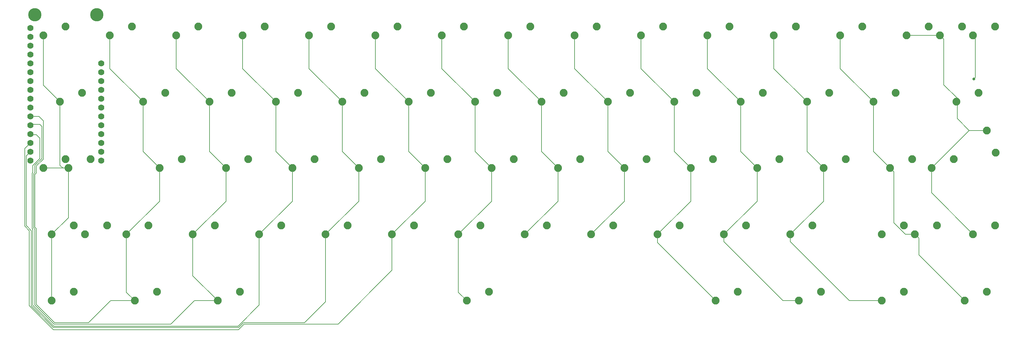
<source format=gbr>
%TF.GenerationSoftware,KiCad,Pcbnew,(5.1.6)-1*%
%TF.CreationDate,2020-11-16T00:09:50-08:00*%
%TF.ProjectId,Wireless-Keyboard,57697265-6c65-4737-932d-4b6579626f61,rev?*%
%TF.SameCoordinates,Original*%
%TF.FileFunction,Copper,L1,Top*%
%TF.FilePolarity,Positive*%
%FSLAX46Y46*%
G04 Gerber Fmt 4.6, Leading zero omitted, Abs format (unit mm)*
G04 Created by KiCad (PCBNEW (5.1.6)-1) date 2020-11-16 00:09:50*
%MOMM*%
%LPD*%
G01*
G04 APERTURE LIST*
%TA.AperFunction,ComponentPad*%
%ADD10C,3.810000*%
%TD*%
%TA.AperFunction,ComponentPad*%
%ADD11C,1.778000*%
%TD*%
%TA.AperFunction,ComponentPad*%
%ADD12C,2.250000*%
%TD*%
%TA.AperFunction,ViaPad*%
%ADD13C,0.800000*%
%TD*%
%TA.AperFunction,Conductor*%
%ADD14C,0.200000*%
%TD*%
G04 APERTURE END LIST*
D10*
%TO.P,MS1,P$2*%
%TO.N,N/C*%
X43540000Y-101540000D03*
%TO.P,MS1,P$1*%
X61320000Y-101540000D03*
D11*
%TO.P,MS1,28*%
%TO.N,Net-(MS1-Pad28)*%
X62590000Y-115510000D03*
%TO.P,MS1,27*%
%TO.N,Net-(MS1-Pad27)*%
X62590000Y-118050000D03*
%TO.P,MS1,26*%
%TO.N,Net-(MS1-Pad26)*%
X62590000Y-120590000D03*
%TO.P,MS1,25*%
%TO.N,COL14*%
X62590000Y-123130000D03*
%TO.P,MS1,24*%
%TO.N,COL13*%
X62590000Y-125670000D03*
%TO.P,MS1,23*%
%TO.N,COL12*%
X62590000Y-128210000D03*
%TO.P,MS1,22*%
%TO.N,COL11*%
X62590000Y-130750000D03*
%TO.P,MS1,21*%
%TO.N,COL10*%
X62590000Y-133290000D03*
%TO.P,MS1,20*%
%TO.N,COL9*%
X62590000Y-135830000D03*
%TO.P,MS1,19*%
%TO.N,COL8*%
X62590000Y-138370000D03*
%TO.P,MS1,18*%
%TO.N,COL7*%
X62590000Y-140910000D03*
%TO.P,MS1,17*%
%TO.N,COL6*%
X62590000Y-143450000D03*
%TO.P,MS1,16*%
%TO.N,Net-(MS1-Pad16)*%
X42270000Y-143450000D03*
%TO.P,MS1,15*%
%TO.N,COL4*%
X42270000Y-140910000D03*
%TO.P,MS1,14*%
%TO.N,COL5*%
X42270000Y-138370000D03*
%TO.P,MS1,13*%
%TO.N,COL3*%
X42270000Y-135830000D03*
%TO.P,MS1,12*%
%TO.N,COL2*%
X42270000Y-133290000D03*
%TO.P,MS1,11*%
%TO.N,COL1*%
X42270000Y-130750000D03*
%TO.P,MS1,10*%
%TO.N,ROW4*%
X42270000Y-128210000D03*
%TO.P,MS1,9*%
%TO.N,ROW3*%
X42270000Y-125670000D03*
%TO.P,MS1,8*%
%TO.N,ROW2*%
X42270000Y-123130000D03*
%TO.P,MS1,7*%
%TO.N,ROW1*%
X42270000Y-120590000D03*
%TO.P,MS1,6*%
%TO.N,ROW0*%
X42270000Y-118050000D03*
%TO.P,MS1,5*%
%TO.N,COL0*%
X42270000Y-115510000D03*
%TO.P,MS1,4*%
%TO.N,GND*%
X42270000Y-112970000D03*
%TO.P,MS1,3*%
%TO.N,Net-(MS1-Pad3)*%
X42270000Y-110430000D03*
%TO.P,MS1,2*%
%TO.N,Net-(MS1-Pad2)*%
X42270000Y-107890000D03*
%TO.P,MS1,1*%
%TO.N,Net-(MS1-Pad1)*%
X42270000Y-105350000D03*
%TD*%
D12*
%TO.P,MX66,2*%
%TO.N,Net-(D61-Pad2)*%
X173840000Y-181120000D03*
%TO.P,MX66,1*%
%TO.N,COL6*%
X167490000Y-183660000D03*
%TD*%
%TO.P,MX69,2*%
%TO.N,Net-(D64-Pad2)*%
X292902500Y-181120000D03*
%TO.P,MX69,1*%
%TO.N,COL11*%
X286552500Y-183660000D03*
%TD*%
%TO.P,MX48,2*%
%TO.N,Net-(D44-Pad2)*%
X64302500Y-162070000D03*
%TO.P,MX48,1*%
%TO.N,COL0*%
X57952500Y-164610000D03*
%TD*%
%TO.P,MX17,2*%
%TO.N,Net-(D16-Pad2)*%
X57158750Y-123970000D03*
%TO.P,MX17,1*%
%TO.N,COL0*%
X50808750Y-126510000D03*
%TD*%
%TO.P,MX31,2*%
%TO.N,Net-(D30-Pad2)*%
X52396250Y-143020000D03*
%TO.P,MX31,1*%
%TO.N,COL0*%
X46046250Y-145560000D03*
%TD*%
%TO.P,MX45,2*%
%TO.N,Net-(D43-Pad2)*%
X307190000Y-143020000D03*
%TO.P,MX45,1*%
%TO.N,COL13*%
X300840000Y-145560000D03*
%TD*%
%TO.P,MX44,2*%
%TO.N,Net-(D42-Pad2)*%
X295283750Y-143020000D03*
%TO.P,MX44,1*%
%TO.N,COL12*%
X288933750Y-145560000D03*
%TD*%
%TO.P,MX70,2*%
%TO.N,Net-(D65-Pad2)*%
X316715000Y-181120000D03*
%TO.P,MX70,1*%
%TO.N,COL12*%
X310365000Y-183660000D03*
%TD*%
%TO.P,MX68,2*%
%TO.N,Net-(D63-Pad2)*%
X269090000Y-181120000D03*
%TO.P,MX68,1*%
%TO.N,COL10*%
X262740000Y-183660000D03*
%TD*%
%TO.P,MX67,2*%
%TO.N,Net-(D62-Pad2)*%
X245277500Y-181120000D03*
%TO.P,MX67,1*%
%TO.N,COL9*%
X238927500Y-183660000D03*
%TD*%
%TO.P,MX65,2*%
%TO.N,Net-(D60-Pad2)*%
X102402500Y-181120000D03*
%TO.P,MX65,1*%
%TO.N,COL2*%
X96052500Y-183660000D03*
%TD*%
%TO.P,MX64,2*%
%TO.N,Net-(D59-Pad2)*%
X78590000Y-181120000D03*
%TO.P,MX64,1*%
%TO.N,COL1*%
X72240000Y-183660000D03*
%TD*%
%TO.P,MX63,2*%
%TO.N,Net-(D58-Pad2)*%
X54777500Y-181120000D03*
%TO.P,MX63,1*%
%TO.N,COL0*%
X48427500Y-183660000D03*
%TD*%
%TO.P,MX62,2*%
%TO.N,Net-(D57-Pad2)*%
X319096250Y-162070000D03*
%TO.P,MX62,1*%
%TO.N,COL13*%
X312746250Y-164610000D03*
%TD*%
%TO.P,MX61,2*%
%TO.N,Net-(D56-Pad2)*%
X292902500Y-162070000D03*
%TO.P,MX61,1*%
%TO.N,COL12*%
X286552500Y-164610000D03*
%TD*%
%TO.P,MX60,2*%
%TO.N,Net-(D56-Pad2)*%
X302427500Y-162070000D03*
%TO.P,MX60,1*%
%TO.N,COL12*%
X296077500Y-164610000D03*
%TD*%
%TO.P,MX59,2*%
%TO.N,Net-(D55-Pad2)*%
X266708750Y-162070000D03*
%TO.P,MX59,1*%
%TO.N,COL11*%
X260358750Y-164610000D03*
%TD*%
%TO.P,MX58,2*%
%TO.N,Net-(D54-Pad2)*%
X247658750Y-162070000D03*
%TO.P,MX58,1*%
%TO.N,COL10*%
X241308750Y-164610000D03*
%TD*%
%TO.P,MX57,2*%
%TO.N,Net-(D53-Pad2)*%
X228608750Y-162070000D03*
%TO.P,MX57,1*%
%TO.N,COL9*%
X222258750Y-164610000D03*
%TD*%
%TO.P,MX56,2*%
%TO.N,Net-(D52-Pad2)*%
X209558750Y-162070000D03*
%TO.P,MX56,1*%
%TO.N,COL8*%
X203208750Y-164610000D03*
%TD*%
%TO.P,MX55,2*%
%TO.N,Net-(D51-Pad2)*%
X190508750Y-162070000D03*
%TO.P,MX55,1*%
%TO.N,COL7*%
X184158750Y-164610000D03*
%TD*%
%TO.P,MX54,2*%
%TO.N,Net-(D50-Pad2)*%
X171458750Y-162070000D03*
%TO.P,MX54,1*%
%TO.N,COL6*%
X165108750Y-164610000D03*
%TD*%
%TO.P,MX53,2*%
%TO.N,Net-(D49-Pad2)*%
X152408750Y-162070000D03*
%TO.P,MX53,1*%
%TO.N,COL5*%
X146058750Y-164610000D03*
%TD*%
%TO.P,MX52,2*%
%TO.N,Net-(D48-Pad2)*%
X133358750Y-162070000D03*
%TO.P,MX52,1*%
%TO.N,COL4*%
X127008750Y-164610000D03*
%TD*%
%TO.P,MX51,2*%
%TO.N,Net-(D47-Pad2)*%
X114308750Y-162070000D03*
%TO.P,MX51,1*%
%TO.N,COL3*%
X107958750Y-164610000D03*
%TD*%
%TO.P,MX50,2*%
%TO.N,Net-(D46-Pad2)*%
X95258750Y-162070000D03*
%TO.P,MX50,1*%
%TO.N,COL2*%
X88908750Y-164610000D03*
%TD*%
%TO.P,MX49,2*%
%TO.N,Net-(D45-Pad2)*%
X76208750Y-162070000D03*
%TO.P,MX49,1*%
%TO.N,COL1*%
X69858750Y-164610000D03*
%TD*%
%TO.P,MX47,2*%
%TO.N,Net-(D44-Pad2)*%
X54777500Y-162070000D03*
%TO.P,MX47,1*%
%TO.N,COL0*%
X48427500Y-164610000D03*
%TD*%
%TO.P,MX46,1*%
%TO.N,COL13*%
X316715000Y-134765000D03*
%TO.P,MX46,2*%
%TO.N,Net-(D43-Pad2)*%
X319255000Y-141115000D03*
%TD*%
%TO.P,MX43,2*%
%TO.N,Net-(D41-Pad2)*%
X276233750Y-143020000D03*
%TO.P,MX43,1*%
%TO.N,COL11*%
X269883750Y-145560000D03*
%TD*%
%TO.P,MX42,2*%
%TO.N,Net-(D40-Pad2)*%
X257183750Y-143020000D03*
%TO.P,MX42,1*%
%TO.N,COL10*%
X250833750Y-145560000D03*
%TD*%
%TO.P,MX41,2*%
%TO.N,Net-(D39-Pad2)*%
X238133750Y-143020000D03*
%TO.P,MX41,1*%
%TO.N,COL9*%
X231783750Y-145560000D03*
%TD*%
%TO.P,MX40,2*%
%TO.N,Net-(D38-Pad2)*%
X219083750Y-143020000D03*
%TO.P,MX40,1*%
%TO.N,COL8*%
X212733750Y-145560000D03*
%TD*%
%TO.P,MX39,2*%
%TO.N,Net-(D37-Pad2)*%
X200033750Y-143020000D03*
%TO.P,MX39,1*%
%TO.N,COL7*%
X193683750Y-145560000D03*
%TD*%
%TO.P,MX38,2*%
%TO.N,Net-(D36-Pad2)*%
X180983750Y-143020000D03*
%TO.P,MX38,1*%
%TO.N,COL6*%
X174633750Y-145560000D03*
%TD*%
%TO.P,MX37,2*%
%TO.N,Net-(D35-Pad2)*%
X161933750Y-143020000D03*
%TO.P,MX37,1*%
%TO.N,COL5*%
X155583750Y-145560000D03*
%TD*%
%TO.P,MX36,2*%
%TO.N,Net-(D34-Pad2)*%
X142883750Y-143020000D03*
%TO.P,MX36,1*%
%TO.N,COL4*%
X136533750Y-145560000D03*
%TD*%
%TO.P,MX35,2*%
%TO.N,Net-(D33-Pad2)*%
X123833750Y-143020000D03*
%TO.P,MX35,1*%
%TO.N,COL3*%
X117483750Y-145560000D03*
%TD*%
%TO.P,MX34,2*%
%TO.N,Net-(D32-Pad2)*%
X104783750Y-143020000D03*
%TO.P,MX34,1*%
%TO.N,COL2*%
X98433750Y-145560000D03*
%TD*%
%TO.P,MX33,2*%
%TO.N,Net-(D31-Pad2)*%
X85733750Y-143020000D03*
%TO.P,MX33,1*%
%TO.N,COL1*%
X79383750Y-145560000D03*
%TD*%
%TO.P,MX32,2*%
%TO.N,Net-(D30-Pad2)*%
X59540000Y-143020000D03*
%TO.P,MX32,1*%
%TO.N,COL0*%
X53190000Y-145560000D03*
%TD*%
%TO.P,MX30,2*%
%TO.N,Net-(D29-Pad2)*%
X314333750Y-123970000D03*
%TO.P,MX30,1*%
%TO.N,COL13*%
X307983750Y-126510000D03*
%TD*%
%TO.P,MX29,2*%
%TO.N,Net-(D28-Pad2)*%
X290521250Y-123970000D03*
%TO.P,MX29,1*%
%TO.N,COL12*%
X284171250Y-126510000D03*
%TD*%
%TO.P,MX28,2*%
%TO.N,Net-(D27-Pad2)*%
X271471250Y-123970000D03*
%TO.P,MX28,1*%
%TO.N,COL11*%
X265121250Y-126510000D03*
%TD*%
%TO.P,MX27,2*%
%TO.N,Net-(D26-Pad2)*%
X252421250Y-123970000D03*
%TO.P,MX27,1*%
%TO.N,COL10*%
X246071250Y-126510000D03*
%TD*%
%TO.P,MX26,2*%
%TO.N,Net-(D25-Pad2)*%
X233371250Y-123970000D03*
%TO.P,MX26,1*%
%TO.N,COL9*%
X227021250Y-126510000D03*
%TD*%
%TO.P,MX25,2*%
%TO.N,Net-(D24-Pad2)*%
X214321250Y-123970000D03*
%TO.P,MX25,1*%
%TO.N,COL8*%
X207971250Y-126510000D03*
%TD*%
%TO.P,MX24,2*%
%TO.N,Net-(D23-Pad2)*%
X195271250Y-123970000D03*
%TO.P,MX24,1*%
%TO.N,COL7*%
X188921250Y-126510000D03*
%TD*%
%TO.P,MX23,2*%
%TO.N,Net-(D22-Pad2)*%
X176221250Y-123970000D03*
%TO.P,MX23,1*%
%TO.N,COL6*%
X169871250Y-126510000D03*
%TD*%
%TO.P,MX22,2*%
%TO.N,Net-(D21-Pad2)*%
X157171250Y-123970000D03*
%TO.P,MX22,1*%
%TO.N,COL5*%
X150821250Y-126510000D03*
%TD*%
%TO.P,MX21,2*%
%TO.N,Net-(D20-Pad2)*%
X138121250Y-123970000D03*
%TO.P,MX21,1*%
%TO.N,COL4*%
X131771250Y-126510000D03*
%TD*%
%TO.P,MX20,2*%
%TO.N,Net-(D19-Pad2)*%
X119071250Y-123970000D03*
%TO.P,MX20,1*%
%TO.N,COL3*%
X112721250Y-126510000D03*
%TD*%
%TO.P,MX19,2*%
%TO.N,Net-(D18-Pad2)*%
X100021250Y-123970000D03*
%TO.P,MX19,1*%
%TO.N,COL2*%
X93671250Y-126510000D03*
%TD*%
%TO.P,MX18,2*%
%TO.N,Net-(D17-Pad2)*%
X80971250Y-123970000D03*
%TO.P,MX18,1*%
%TO.N,COL1*%
X74621250Y-126510000D03*
%TD*%
%TO.P,MX16,2*%
%TO.N,Net-(D15-Pad2)*%
X319096250Y-104920000D03*
%TO.P,MX16,1*%
%TO.N,COL14*%
X312746250Y-107460000D03*
%TD*%
%TO.P,MX15,2*%
%TO.N,Net-(D14-Pad2)*%
X300046250Y-104920000D03*
%TO.P,MX15,1*%
%TO.N,COL13*%
X293696250Y-107460000D03*
%TD*%
%TO.P,MX14,2*%
%TO.N,Net-(D14-Pad2)*%
X309571250Y-104920000D03*
%TO.P,MX14,1*%
%TO.N,COL13*%
X303221250Y-107460000D03*
%TD*%
%TO.P,MX13,2*%
%TO.N,Net-(D13-Pad2)*%
X280996250Y-104920000D03*
%TO.P,MX13,1*%
%TO.N,COL12*%
X274646250Y-107460000D03*
%TD*%
%TO.P,MX12,2*%
%TO.N,Net-(D12-Pad2)*%
X261946250Y-104920000D03*
%TO.P,MX12,1*%
%TO.N,COL11*%
X255596250Y-107460000D03*
%TD*%
%TO.P,MX11,2*%
%TO.N,Net-(D11-Pad2)*%
X242896250Y-104920000D03*
%TO.P,MX11,1*%
%TO.N,COL10*%
X236546250Y-107460000D03*
%TD*%
%TO.P,MX10,2*%
%TO.N,Net-(D10-Pad2)*%
X223846250Y-104920000D03*
%TO.P,MX10,1*%
%TO.N,COL9*%
X217496250Y-107460000D03*
%TD*%
%TO.P,MX9,2*%
%TO.N,Net-(D9-Pad2)*%
X204796250Y-104920000D03*
%TO.P,MX9,1*%
%TO.N,COL8*%
X198446250Y-107460000D03*
%TD*%
%TO.P,MX8,2*%
%TO.N,Net-(D8-Pad2)*%
X185746250Y-104920000D03*
%TO.P,MX8,1*%
%TO.N,COL7*%
X179396250Y-107460000D03*
%TD*%
%TO.P,MX7,2*%
%TO.N,Net-(D7-Pad2)*%
X166696250Y-104920000D03*
%TO.P,MX7,1*%
%TO.N,COL6*%
X160346250Y-107460000D03*
%TD*%
%TO.P,MX6,2*%
%TO.N,Net-(D6-Pad2)*%
X147646250Y-104920000D03*
%TO.P,MX6,1*%
%TO.N,COL5*%
X141296250Y-107460000D03*
%TD*%
%TO.P,MX5,2*%
%TO.N,Net-(D5-Pad2)*%
X128596250Y-104920000D03*
%TO.P,MX5,1*%
%TO.N,COL4*%
X122246250Y-107460000D03*
%TD*%
%TO.P,MX4,2*%
%TO.N,Net-(D4-Pad2)*%
X109546250Y-104920000D03*
%TO.P,MX4,1*%
%TO.N,COL3*%
X103196250Y-107460000D03*
%TD*%
%TO.P,MX3,2*%
%TO.N,Net-(D3-Pad2)*%
X90496250Y-104920000D03*
%TO.P,MX3,1*%
%TO.N,COL2*%
X84146250Y-107460000D03*
%TD*%
%TO.P,MX2,2*%
%TO.N,Net-(D2-Pad2)*%
X71446250Y-104920000D03*
%TO.P,MX2,1*%
%TO.N,COL1*%
X65096250Y-107460000D03*
%TD*%
%TO.P,MX1,2*%
%TO.N,Net-(D1-Pad2)*%
X52396250Y-104920000D03*
%TO.P,MX1,1*%
%TO.N,COL0*%
X46046250Y-107460000D03*
%TD*%
D13*
%TO.N,COL14*%
X313000000Y-120000000D03*
%TD*%
D14*
%TO.N,COL0*%
X46046250Y-121747500D02*
X50808750Y-126510000D01*
X46046250Y-107460000D02*
X46046250Y-121747500D01*
X50808750Y-144769740D02*
X51599010Y-145560000D01*
X51599010Y-145560000D02*
X53190000Y-145560000D01*
X50808750Y-126510000D02*
X50808750Y-144769740D01*
X53190000Y-159847500D02*
X48427500Y-164610000D01*
X53190000Y-145560000D02*
X53190000Y-159847500D01*
X48427500Y-164610000D02*
X48427500Y-183660000D01*
X46046250Y-145560000D02*
X53190000Y-145560000D01*
%TO.N,COL1*%
X65096250Y-116985000D02*
X74621250Y-126510000D01*
X65096250Y-107460000D02*
X65096250Y-116985000D01*
X74621250Y-140797500D02*
X79383750Y-145560000D01*
X74621250Y-126510000D02*
X74621250Y-140797500D01*
X79383750Y-155085000D02*
X69858750Y-164610000D01*
X79383750Y-145560000D02*
X79383750Y-155085000D01*
X69858750Y-181278750D02*
X72240000Y-183660000D01*
X69858750Y-164610000D02*
X69858750Y-181278750D01*
X49218498Y-190000000D02*
X44000000Y-184781502D01*
X44000000Y-147000000D02*
X44000000Y-145000000D01*
X46000000Y-143000000D02*
X46000000Y-132000000D01*
X65340000Y-183660000D02*
X59000000Y-190000000D01*
X44750000Y-130750000D02*
X42270000Y-130750000D01*
X72240000Y-183660000D02*
X65340000Y-183660000D01*
X43601249Y-147398751D02*
X44000000Y-147000000D01*
X43601249Y-162601249D02*
X43601249Y-147398751D01*
X44000000Y-163000000D02*
X43601249Y-162601249D01*
X44000000Y-184781502D02*
X44000000Y-163000000D01*
X59000000Y-190000000D02*
X49218498Y-190000000D01*
X44000000Y-145000000D02*
X46000000Y-143000000D01*
X46000000Y-132000000D02*
X44750000Y-130750000D01*
%TO.N,COL2*%
X84146250Y-116985000D02*
X93671250Y-126510000D01*
X84146250Y-107460000D02*
X84146250Y-116985000D01*
X93671250Y-140797500D02*
X98433750Y-145560000D01*
X93671250Y-126510000D02*
X93671250Y-140797500D01*
X98433750Y-155085000D02*
X88908750Y-164610000D01*
X98433750Y-145560000D02*
X98433750Y-155085000D01*
X88908750Y-164610000D02*
X88908750Y-176516250D01*
X88908750Y-176516250D02*
X96052500Y-183660000D01*
X43599990Y-146834312D02*
X43599990Y-144834311D01*
X45599990Y-142834312D02*
X45599990Y-133599990D01*
X43599990Y-144834311D02*
X45599990Y-142834312D01*
X43201239Y-147233062D02*
X43599990Y-146834312D01*
X43201239Y-162766938D02*
X43201239Y-147233062D01*
X89340000Y-183660000D02*
X82599990Y-190400010D01*
X43599990Y-184947191D02*
X43599990Y-163165688D01*
X96052500Y-183660000D02*
X89340000Y-183660000D01*
X82599990Y-190400010D02*
X49052809Y-190400010D01*
X43599990Y-163165688D02*
X43201239Y-162766938D01*
X45599990Y-133599990D02*
X45000000Y-133000000D01*
X45000000Y-133000000D02*
X42560000Y-133000000D01*
X49052809Y-190400010D02*
X43599990Y-184947191D01*
X42560000Y-133000000D02*
X42270000Y-133290000D01*
%TO.N,COL3*%
X103196250Y-116985000D02*
X112721250Y-126510000D01*
X103196250Y-107460000D02*
X103196250Y-116985000D01*
X112721250Y-140797500D02*
X117483750Y-145560000D01*
X112721250Y-126510000D02*
X112721250Y-140797500D01*
X117483750Y-155085000D02*
X107958750Y-164610000D01*
X117483750Y-145560000D02*
X117483750Y-155085000D01*
X43000000Y-146868602D02*
X42801229Y-147067373D01*
X42801229Y-162932627D02*
X43000000Y-163131398D01*
X42440000Y-136000000D02*
X44000000Y-136000000D01*
X43000000Y-185000000D02*
X49000000Y-191000000D01*
X42801229Y-147067373D02*
X42801229Y-162932627D01*
X45000000Y-142868603D02*
X43000001Y-144868602D01*
X43000001Y-144868602D02*
X43000000Y-146868602D01*
X44000000Y-136000000D02*
X45000000Y-137000000D01*
X43000000Y-163131398D02*
X43000000Y-185000000D01*
X45000000Y-137000000D02*
X45000000Y-142868603D01*
X49000000Y-191000000D02*
X101881502Y-191000000D01*
X107958750Y-184922752D02*
X107958750Y-164610000D01*
X101881502Y-191000000D02*
X107958750Y-184922752D01*
X42270000Y-135830000D02*
X42440000Y-136000000D01*
%TO.N,COL4*%
X122246250Y-116985000D02*
X131771250Y-126510000D01*
X122246250Y-107460000D02*
X122246250Y-116985000D01*
X131771250Y-140797500D02*
X136533750Y-145560000D01*
X131771250Y-126510000D02*
X131771250Y-140797500D01*
X136533750Y-155085000D02*
X127008750Y-164610000D01*
X136533750Y-145560000D02*
X136533750Y-155085000D01*
X41080999Y-162080999D02*
X41080999Y-142099001D01*
X121000000Y-190000000D02*
X103447202Y-190000000D01*
X127008750Y-164610000D02*
X127008750Y-183991250D01*
X127008750Y-183991250D02*
X121000000Y-190000000D01*
X102047191Y-191400010D02*
X48834311Y-191400010D01*
X103447202Y-190000000D02*
X102047191Y-191400010D01*
X41080999Y-142099001D02*
X42270000Y-140910000D01*
X48834311Y-191400010D02*
X42599990Y-185165689D01*
X42599990Y-185165689D02*
X42599990Y-163599990D01*
X42599990Y-163599990D02*
X41080999Y-162080999D01*
%TO.N,COL5*%
X141296250Y-116985000D02*
X150821250Y-126510000D01*
X141296250Y-107460000D02*
X141296250Y-116985000D01*
X150821250Y-140797500D02*
X155583750Y-145560000D01*
X150821250Y-126510000D02*
X150821250Y-140797500D01*
X155583750Y-155085000D02*
X146058750Y-164610000D01*
X155583750Y-145560000D02*
X155583750Y-155085000D01*
X42270000Y-138370000D02*
X40680989Y-139959011D01*
X48868602Y-192000000D02*
X102012899Y-192000000D01*
X103612890Y-190400010D02*
X130599990Y-190400010D01*
X146058750Y-174941250D02*
X146058750Y-164610000D01*
X102012899Y-192000000D02*
X103612890Y-190400010D01*
X130599990Y-190400010D02*
X146058750Y-174941250D01*
X42000000Y-163565698D02*
X42000000Y-185131397D01*
X40680989Y-162246688D02*
X42000000Y-163565698D01*
X40680989Y-139959011D02*
X40680989Y-162246688D01*
X42000000Y-185131397D02*
X48868602Y-192000000D01*
%TO.N,COL6*%
X160346250Y-116985000D02*
X169871250Y-126510000D01*
X160346250Y-107460000D02*
X160346250Y-116985000D01*
X169871250Y-140797500D02*
X174633750Y-145560000D01*
X169871250Y-126510000D02*
X169871250Y-140797500D01*
X174633750Y-155085000D02*
X165108750Y-164610000D01*
X174633750Y-145560000D02*
X174633750Y-155085000D01*
X165108750Y-181278750D02*
X167490000Y-183660000D01*
X165108750Y-164610000D02*
X165108750Y-181278750D01*
%TO.N,COL7*%
X179396250Y-116985000D02*
X188921250Y-126510000D01*
X179396250Y-107460000D02*
X179396250Y-116985000D01*
X188921250Y-140797500D02*
X193683750Y-145560000D01*
X188921250Y-126510000D02*
X188921250Y-140797500D01*
X193683750Y-155085000D02*
X184158750Y-164610000D01*
X193683750Y-145560000D02*
X193683750Y-155085000D01*
%TO.N,COL8*%
X198446250Y-116985000D02*
X207971250Y-126510000D01*
X198446250Y-107460000D02*
X198446250Y-116985000D01*
X207971250Y-140797500D02*
X212733750Y-145560000D01*
X207971250Y-126510000D02*
X207971250Y-140797500D01*
X212733750Y-155085000D02*
X203208750Y-164610000D01*
X212733750Y-145560000D02*
X212733750Y-155085000D01*
%TO.N,COL9*%
X217496250Y-116985000D02*
X227021250Y-126510000D01*
X217496250Y-107460000D02*
X217496250Y-116985000D01*
X227021250Y-140797500D02*
X231783750Y-145560000D01*
X227021250Y-126510000D02*
X227021250Y-140797500D01*
X231783750Y-155085000D02*
X222258750Y-164610000D01*
X231783750Y-145560000D02*
X231783750Y-155085000D01*
X222258750Y-166991250D02*
X238927500Y-183660000D01*
X222258750Y-164610000D02*
X222258750Y-166991250D01*
%TO.N,COL10*%
X236546250Y-116985000D02*
X246071250Y-126510000D01*
X236546250Y-107460000D02*
X236546250Y-116985000D01*
X246071250Y-140797500D02*
X250833750Y-145560000D01*
X246071250Y-126510000D02*
X246071250Y-140797500D01*
X250833750Y-155085000D02*
X241308750Y-164610000D01*
X250833750Y-145560000D02*
X250833750Y-155085000D01*
X258233776Y-183660000D02*
X262740000Y-183660000D01*
X241308750Y-166734974D02*
X258233776Y-183660000D01*
X241308750Y-164610000D02*
X241308750Y-166734974D01*
%TO.N,COL11*%
X255596250Y-116985000D02*
X265121250Y-126510000D01*
X255596250Y-107460000D02*
X255596250Y-116985000D01*
X265121250Y-140797500D02*
X269883750Y-145560000D01*
X265121250Y-126510000D02*
X265121250Y-140797500D01*
X269883750Y-155085000D02*
X260358750Y-164610000D01*
X269883750Y-145560000D02*
X269883750Y-155085000D01*
X277283776Y-183660000D02*
X286552500Y-183660000D01*
X260358750Y-166734974D02*
X277283776Y-183660000D01*
X260358750Y-164610000D02*
X260358750Y-166734974D01*
%TO.N,COL12*%
X274646250Y-116985000D02*
X284171250Y-126510000D01*
X274646250Y-107460000D02*
X274646250Y-116985000D01*
X284171250Y-140797500D02*
X288933750Y-145560000D01*
X284171250Y-126510000D02*
X284171250Y-140797500D01*
X293333498Y-164610000D02*
X296077500Y-164610000D01*
X290058749Y-161335251D02*
X293333498Y-164610000D01*
X290058749Y-146684999D02*
X290058749Y-161335251D01*
X288933750Y-145560000D02*
X290058749Y-146684999D01*
X297202499Y-170497499D02*
X310365000Y-183660000D01*
X297202499Y-165734999D02*
X297202499Y-170497499D01*
X296077500Y-164610000D02*
X297202499Y-165734999D01*
%TO.N,COL13*%
X311635000Y-134765000D02*
X316715000Y-134765000D01*
X300840000Y-145560000D02*
X311635000Y-134765000D01*
X308213901Y-125535927D02*
X308213901Y-131343901D01*
X304346249Y-121668275D02*
X308213901Y-125535927D01*
X308213901Y-131343901D02*
X311635000Y-134765000D01*
X304346249Y-108584999D02*
X304346249Y-121668275D01*
X303221250Y-107460000D02*
X304346249Y-108584999D01*
X300840000Y-152703750D02*
X312746250Y-164610000D01*
X300840000Y-145560000D02*
X300840000Y-152703750D01*
X293696250Y-107460000D02*
X303221250Y-107460000D01*
%TO.N,COL14*%
X313399999Y-108113749D02*
X312746250Y-107460000D01*
X313399999Y-119600001D02*
X313399999Y-108113749D01*
X313000000Y-120000000D02*
X313399999Y-119600001D01*
%TD*%
M02*

</source>
